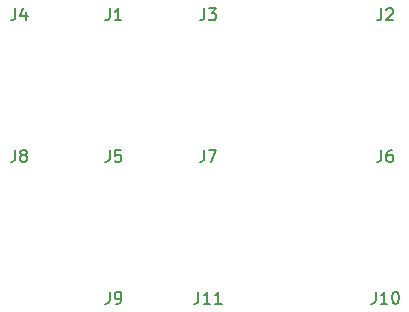
<source format=gbr>
%TF.GenerationSoftware,KiCad,Pcbnew,5.1.6-c6e7f7d~87~ubuntu18.04.1*%
%TF.CreationDate,2021-08-18T14:30:19+12:00*%
%TF.ProjectId,Output and Rail Splitter,4f757470-7574-4206-916e-64205261696c,rev?*%
%TF.SameCoordinates,Original*%
%TF.FileFunction,Legend,Top*%
%TF.FilePolarity,Positive*%
%FSLAX46Y46*%
G04 Gerber Fmt 4.6, Leading zero omitted, Abs format (unit mm)*
G04 Created by KiCad (PCBNEW 5.1.6-c6e7f7d~87~ubuntu18.04.1) date 2021-08-18 14:30:19*
%MOMM*%
%LPD*%
G01*
G04 APERTURE LIST*
%ADD10C,0.150000*%
G04 APERTURE END LIST*
%TO.C,J1*%
D10*
X96666666Y-101252380D02*
X96666666Y-101966666D01*
X96619047Y-102109523D01*
X96523809Y-102204761D01*
X96380952Y-102252380D01*
X96285714Y-102252380D01*
X97666666Y-102252380D02*
X97095238Y-102252380D01*
X97380952Y-102252380D02*
X97380952Y-101252380D01*
X97285714Y-101395238D01*
X97190476Y-101490476D01*
X97095238Y-101538095D01*
%TO.C,J2*%
X119666666Y-101252380D02*
X119666666Y-101966666D01*
X119619047Y-102109523D01*
X119523809Y-102204761D01*
X119380952Y-102252380D01*
X119285714Y-102252380D01*
X120095238Y-101347619D02*
X120142857Y-101300000D01*
X120238095Y-101252380D01*
X120476190Y-101252380D01*
X120571428Y-101300000D01*
X120619047Y-101347619D01*
X120666666Y-101442857D01*
X120666666Y-101538095D01*
X120619047Y-101680952D01*
X120047619Y-102252380D01*
X120666666Y-102252380D01*
%TO.C,J3*%
X104666666Y-101252380D02*
X104666666Y-101966666D01*
X104619047Y-102109523D01*
X104523809Y-102204761D01*
X104380952Y-102252380D01*
X104285714Y-102252380D01*
X105047619Y-101252380D02*
X105666666Y-101252380D01*
X105333333Y-101633333D01*
X105476190Y-101633333D01*
X105571428Y-101680952D01*
X105619047Y-101728571D01*
X105666666Y-101823809D01*
X105666666Y-102061904D01*
X105619047Y-102157142D01*
X105571428Y-102204761D01*
X105476190Y-102252380D01*
X105190476Y-102252380D01*
X105095238Y-102204761D01*
X105047619Y-102157142D01*
%TO.C,J4*%
X88666666Y-101252380D02*
X88666666Y-101966666D01*
X88619047Y-102109523D01*
X88523809Y-102204761D01*
X88380952Y-102252380D01*
X88285714Y-102252380D01*
X89571428Y-101585714D02*
X89571428Y-102252380D01*
X89333333Y-101204761D02*
X89095238Y-101919047D01*
X89714285Y-101919047D01*
%TO.C,J5*%
X96666666Y-113252380D02*
X96666666Y-113966666D01*
X96619047Y-114109523D01*
X96523809Y-114204761D01*
X96380952Y-114252380D01*
X96285714Y-114252380D01*
X97619047Y-113252380D02*
X97142857Y-113252380D01*
X97095238Y-113728571D01*
X97142857Y-113680952D01*
X97238095Y-113633333D01*
X97476190Y-113633333D01*
X97571428Y-113680952D01*
X97619047Y-113728571D01*
X97666666Y-113823809D01*
X97666666Y-114061904D01*
X97619047Y-114157142D01*
X97571428Y-114204761D01*
X97476190Y-114252380D01*
X97238095Y-114252380D01*
X97142857Y-114204761D01*
X97095238Y-114157142D01*
%TO.C,J6*%
X119666666Y-113252380D02*
X119666666Y-113966666D01*
X119619047Y-114109523D01*
X119523809Y-114204761D01*
X119380952Y-114252380D01*
X119285714Y-114252380D01*
X120571428Y-113252380D02*
X120380952Y-113252380D01*
X120285714Y-113300000D01*
X120238095Y-113347619D01*
X120142857Y-113490476D01*
X120095238Y-113680952D01*
X120095238Y-114061904D01*
X120142857Y-114157142D01*
X120190476Y-114204761D01*
X120285714Y-114252380D01*
X120476190Y-114252380D01*
X120571428Y-114204761D01*
X120619047Y-114157142D01*
X120666666Y-114061904D01*
X120666666Y-113823809D01*
X120619047Y-113728571D01*
X120571428Y-113680952D01*
X120476190Y-113633333D01*
X120285714Y-113633333D01*
X120190476Y-113680952D01*
X120142857Y-113728571D01*
X120095238Y-113823809D01*
%TO.C,J7*%
X104666666Y-113252380D02*
X104666666Y-113966666D01*
X104619047Y-114109523D01*
X104523809Y-114204761D01*
X104380952Y-114252380D01*
X104285714Y-114252380D01*
X105047619Y-113252380D02*
X105714285Y-113252380D01*
X105285714Y-114252380D01*
%TO.C,J8*%
X88666666Y-113252380D02*
X88666666Y-113966666D01*
X88619047Y-114109523D01*
X88523809Y-114204761D01*
X88380952Y-114252380D01*
X88285714Y-114252380D01*
X89285714Y-113680952D02*
X89190476Y-113633333D01*
X89142857Y-113585714D01*
X89095238Y-113490476D01*
X89095238Y-113442857D01*
X89142857Y-113347619D01*
X89190476Y-113300000D01*
X89285714Y-113252380D01*
X89476190Y-113252380D01*
X89571428Y-113300000D01*
X89619047Y-113347619D01*
X89666666Y-113442857D01*
X89666666Y-113490476D01*
X89619047Y-113585714D01*
X89571428Y-113633333D01*
X89476190Y-113680952D01*
X89285714Y-113680952D01*
X89190476Y-113728571D01*
X89142857Y-113776190D01*
X89095238Y-113871428D01*
X89095238Y-114061904D01*
X89142857Y-114157142D01*
X89190476Y-114204761D01*
X89285714Y-114252380D01*
X89476190Y-114252380D01*
X89571428Y-114204761D01*
X89619047Y-114157142D01*
X89666666Y-114061904D01*
X89666666Y-113871428D01*
X89619047Y-113776190D01*
X89571428Y-113728571D01*
X89476190Y-113680952D01*
%TO.C,J9*%
X96666666Y-125252380D02*
X96666666Y-125966666D01*
X96619047Y-126109523D01*
X96523809Y-126204761D01*
X96380952Y-126252380D01*
X96285714Y-126252380D01*
X97190476Y-126252380D02*
X97380952Y-126252380D01*
X97476190Y-126204761D01*
X97523809Y-126157142D01*
X97619047Y-126014285D01*
X97666666Y-125823809D01*
X97666666Y-125442857D01*
X97619047Y-125347619D01*
X97571428Y-125300000D01*
X97476190Y-125252380D01*
X97285714Y-125252380D01*
X97190476Y-125300000D01*
X97142857Y-125347619D01*
X97095238Y-125442857D01*
X97095238Y-125680952D01*
X97142857Y-125776190D01*
X97190476Y-125823809D01*
X97285714Y-125871428D01*
X97476190Y-125871428D01*
X97571428Y-125823809D01*
X97619047Y-125776190D01*
X97666666Y-125680952D01*
%TO.C,J10*%
X119190476Y-125252380D02*
X119190476Y-125966666D01*
X119142857Y-126109523D01*
X119047619Y-126204761D01*
X118904761Y-126252380D01*
X118809523Y-126252380D01*
X120190476Y-126252380D02*
X119619047Y-126252380D01*
X119904761Y-126252380D02*
X119904761Y-125252380D01*
X119809523Y-125395238D01*
X119714285Y-125490476D01*
X119619047Y-125538095D01*
X120809523Y-125252380D02*
X120904761Y-125252380D01*
X121000000Y-125300000D01*
X121047619Y-125347619D01*
X121095238Y-125442857D01*
X121142857Y-125633333D01*
X121142857Y-125871428D01*
X121095238Y-126061904D01*
X121047619Y-126157142D01*
X121000000Y-126204761D01*
X120904761Y-126252380D01*
X120809523Y-126252380D01*
X120714285Y-126204761D01*
X120666666Y-126157142D01*
X120619047Y-126061904D01*
X120571428Y-125871428D01*
X120571428Y-125633333D01*
X120619047Y-125442857D01*
X120666666Y-125347619D01*
X120714285Y-125300000D01*
X120809523Y-125252380D01*
%TO.C,J11*%
X104190476Y-125252380D02*
X104190476Y-125966666D01*
X104142857Y-126109523D01*
X104047619Y-126204761D01*
X103904761Y-126252380D01*
X103809523Y-126252380D01*
X105190476Y-126252380D02*
X104619047Y-126252380D01*
X104904761Y-126252380D02*
X104904761Y-125252380D01*
X104809523Y-125395238D01*
X104714285Y-125490476D01*
X104619047Y-125538095D01*
X106142857Y-126252380D02*
X105571428Y-126252380D01*
X105857142Y-126252380D02*
X105857142Y-125252380D01*
X105761904Y-125395238D01*
X105666666Y-125490476D01*
X105571428Y-125538095D01*
%TD*%
M02*

</source>
